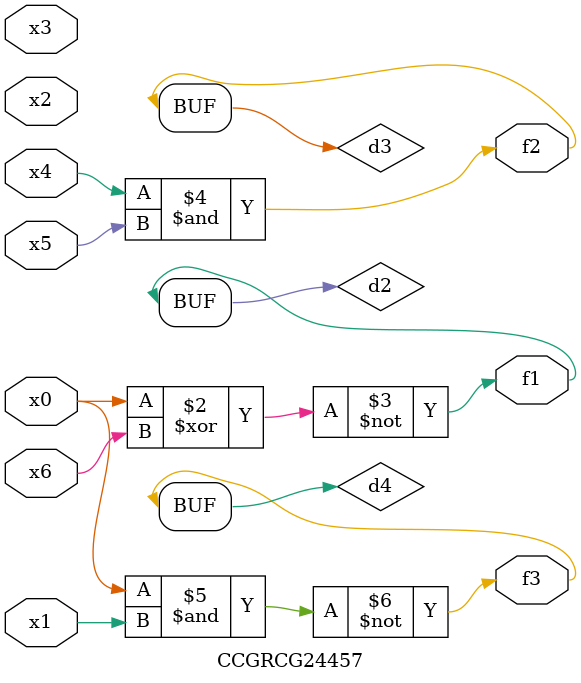
<source format=v>
module CCGRCG24457(
	input x0, x1, x2, x3, x4, x5, x6,
	output f1, f2, f3
);

	wire d1, d2, d3, d4;

	nor (d1, x0);
	xnor (d2, x0, x6);
	and (d3, x4, x5);
	nand (d4, x0, x1);
	assign f1 = d2;
	assign f2 = d3;
	assign f3 = d4;
endmodule

</source>
